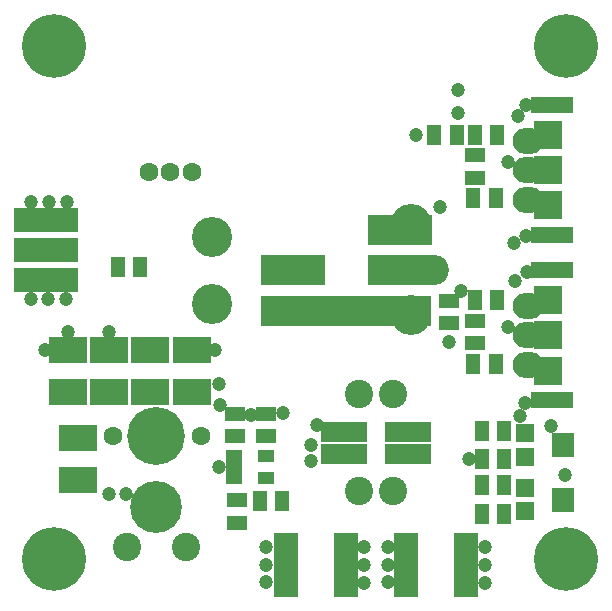
<source format=gts>
G04 #@! TF.FileFunction,Soldermask,Top*
%FSLAX46Y46*%
G04 Gerber Fmt 4.6, Leading zero omitted, Abs format (unit mm)*
G04 Created by KiCad (PCBNEW 4.0.1-stable) date 7/31/2016 1:29:05 PM*
%MOMM*%
G01*
G04 APERTURE LIST*
%ADD10C,0.100000*%
%ADD11C,2.400000*%
%ADD12R,3.900000X1.800000*%
%ADD13R,3.194000X2.178000*%
%ADD14C,4.400000*%
%ADD15C,4.900000*%
%ADD16R,5.400000X2.000000*%
%ADD17R,5.400000X2.100000*%
%ADD18R,2.100000X5.400000*%
%ADD19R,1.450000X1.000000*%
%ADD20R,5.400000X2.550000*%
%ADD21C,3.400000*%
%ADD22R,14.400000X2.550000*%
%ADD23O,5.400000X2.550000*%
%ADD24R,1.289000X1.797000*%
%ADD25R,1.797000X1.289000*%
%ADD26R,1.600000X1.600000*%
%ADD27R,1.900000X2.000000*%
%ADD28C,5.400000*%
%ADD29O,2.600000X2.200000*%
%ADD30R,2.400000X2.400000*%
%ADD31R,3.600000X1.400000*%
%ADD32C,1.200000*%
%ADD33C,1.600000*%
G04 APERTURE END LIST*
D10*
D11*
X32050000Y-41000000D03*
X29150000Y-41000000D03*
X32050000Y-32800000D03*
D12*
X27900000Y-37800000D03*
X27900000Y-36000000D03*
X33300000Y-37800000D03*
X33300000Y-36000000D03*
D11*
X29150000Y-32800000D03*
D13*
X5400000Y-36522000D03*
X5400000Y-40078000D03*
X4500000Y-32578000D03*
X4500000Y-29022000D03*
X8000000Y-32578000D03*
X8000000Y-29022000D03*
X11500000Y-32578000D03*
X11500000Y-29022000D03*
X15000000Y-32578000D03*
X15000000Y-29022000D03*
D14*
X12000000Y-42300000D03*
D15*
X12000000Y-36300000D03*
D11*
X9500000Y-45700000D03*
X14500000Y-45700000D03*
D16*
X2700000Y-20600000D03*
D17*
X2700000Y-18060000D03*
X2700000Y-23140000D03*
D18*
X33160000Y-47200000D03*
X38240000Y-47200000D03*
X22960000Y-47200000D03*
X28040000Y-47200000D03*
D19*
X18600000Y-38000000D03*
X18600000Y-38950000D03*
X18600000Y-39900000D03*
X21300000Y-39900000D03*
X21300000Y-38000000D03*
D20*
X32600000Y-18855000D03*
D21*
X16750000Y-19435000D03*
D20*
X32600000Y-22285000D03*
D22*
X28100000Y-25715000D03*
D20*
X23600000Y-22285000D03*
D21*
X16750000Y-25135000D03*
X33600000Y-26100000D03*
X33600000Y-18400000D03*
D23*
X34100000Y-22300000D03*
D24*
X39547500Y-42900000D03*
X41452500Y-42900000D03*
X39547500Y-38300000D03*
X41452500Y-38300000D03*
X41452500Y-40500000D03*
X39547500Y-40500000D03*
X41452500Y-35900000D03*
X39547500Y-35900000D03*
D25*
X18800000Y-41747500D03*
X18800000Y-43652500D03*
X39000000Y-14452500D03*
X39000000Y-12547500D03*
X39000000Y-28452500D03*
X39000000Y-26547500D03*
D24*
X38947500Y-10800000D03*
X40852500Y-10800000D03*
X38947500Y-24800000D03*
X40852500Y-24800000D03*
D25*
X18700000Y-36352500D03*
X18700000Y-34447500D03*
X21300000Y-36352500D03*
X21300000Y-34447500D03*
D24*
X20747500Y-41800000D03*
X22652500Y-41800000D03*
X37452500Y-10800000D03*
X35547500Y-10800000D03*
X40752500Y-16200000D03*
X38847500Y-16200000D03*
D25*
X36800000Y-24847500D03*
X36800000Y-26752500D03*
D24*
X8747500Y-22000000D03*
X10652500Y-22000000D03*
X40752500Y-30200000D03*
X38847500Y-30200000D03*
D26*
X43200000Y-40700000D03*
X43200000Y-42700000D03*
D27*
X46450000Y-41700000D03*
D26*
X43200000Y-36100000D03*
X43200000Y-38100000D03*
D27*
X46450000Y-37100000D03*
D28*
X46700000Y-3300000D03*
X46700000Y-46700000D03*
X3300000Y-3300000D03*
X3300000Y-46700000D03*
D29*
X43500000Y-16300000D03*
X43500000Y-11300000D03*
X43500000Y-13800000D03*
D30*
X45200000Y-10800000D03*
X45200000Y-13800000D03*
X45200000Y-16800000D03*
D31*
X45500000Y-8300000D03*
X45500000Y-19300000D03*
D29*
X43500000Y-30300000D03*
X43500000Y-25300000D03*
X43500000Y-27800000D03*
D30*
X45200000Y-24800000D03*
X45200000Y-27800000D03*
X45200000Y-30800000D03*
D31*
X45500000Y-22300000D03*
X45500000Y-33300000D03*
D32*
X37800000Y-24000000D03*
X36800000Y-28400000D03*
X17300000Y-38900000D03*
X17300000Y-31900000D03*
X17400000Y-33700000D03*
X25100000Y-38400000D03*
X25100000Y-37100000D03*
X8000000Y-41200000D03*
X9400000Y-41200000D03*
X41800000Y-27100000D03*
X41800000Y-13100000D03*
X2600000Y-29000000D03*
X1350000Y-24750000D03*
X1350000Y-24750000D03*
X2850000Y-24750000D03*
X4350000Y-24750000D03*
X4350000Y-24750000D03*
X2850000Y-24750000D03*
X2900000Y-16500000D03*
X4400000Y-16500000D03*
X1400000Y-16500000D03*
X1400000Y-16500000D03*
X4400000Y-16500000D03*
X2900000Y-16500000D03*
X38500000Y-38300000D03*
X39850000Y-47250000D03*
X39850000Y-48750000D03*
X39850000Y-45750000D03*
X39850000Y-45750000D03*
X39850000Y-48750000D03*
X39850000Y-47250000D03*
X29550000Y-47250000D03*
X29550000Y-48750000D03*
X29550000Y-45750000D03*
X29550000Y-45750000D03*
X29550000Y-48750000D03*
X29550000Y-47250000D03*
X31600000Y-47200000D03*
X31600000Y-45700000D03*
X31600000Y-48700000D03*
X31600000Y-48700000D03*
X31600000Y-45700000D03*
X31600000Y-47200000D03*
X21300000Y-47200000D03*
X21300000Y-45700000D03*
X21300000Y-48700000D03*
X36000000Y-16900000D03*
X43300000Y-19400000D03*
X37500000Y-7000000D03*
X42600000Y-9200000D03*
X43300000Y-8300000D03*
X42800000Y-34600000D03*
X43200000Y-33500000D03*
X42400000Y-23200000D03*
X42300000Y-20000000D03*
X43400000Y-22400000D03*
X20000000Y-34500000D03*
X22700000Y-34400000D03*
X21300000Y-48700000D03*
X21300000Y-45700000D03*
X21300000Y-47200000D03*
X17000000Y-29000000D03*
X8000000Y-27500000D03*
X4500000Y-27500000D03*
D33*
X15800000Y-36300000D03*
X8300000Y-36300000D03*
X13200000Y-14000000D03*
X11400000Y-14000000D03*
X15000000Y-14000000D03*
D32*
X37500000Y-9000000D03*
X34000000Y-10800000D03*
X45400000Y-35500000D03*
X46600000Y-39600000D03*
X25600000Y-35400000D03*
M02*

</source>
